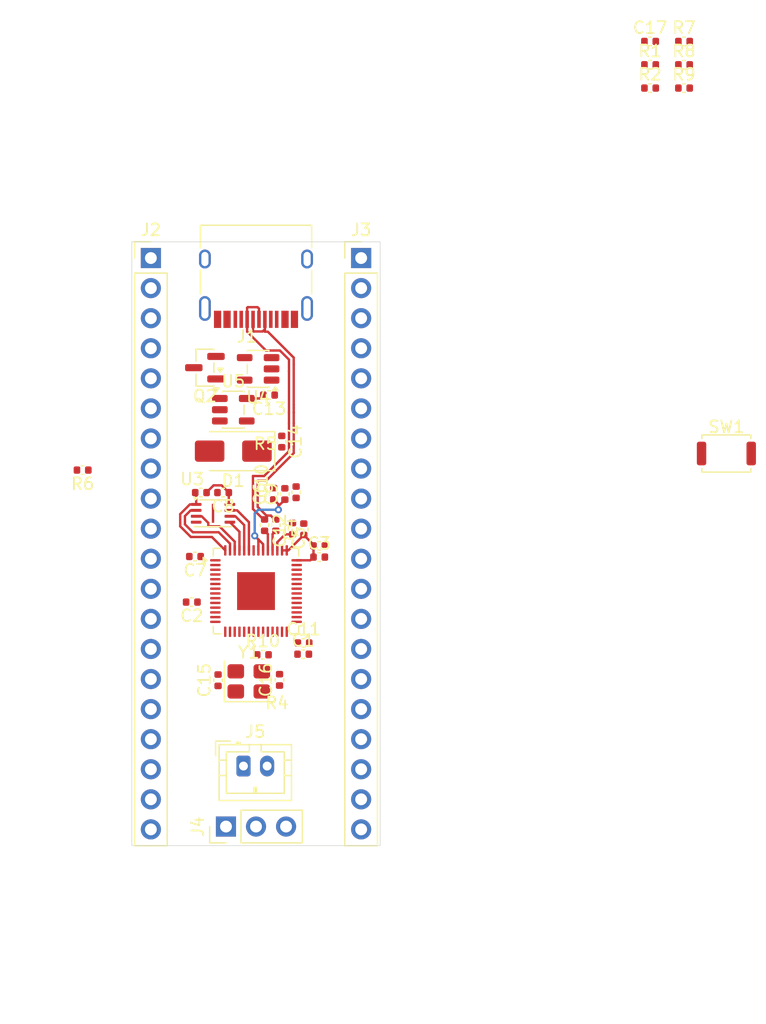
<source format=kicad_pcb>
(kicad_pcb (version 20241229) (generator "pcbnew") (generator_version "9.0")
  (layers (0 "F.Cu" signal) (2 "B.Cu" signal) (13 "F.Paste" user) (15 "B.Paste" user) (5 "F.SilkS" user "F.Silkscreen") (7 "B.SilkS" user "B.Silkscreen") (1 "F.Mask" user) (3 "B.Mask" user) (25 "Edge.Cuts" user))
  (net 0 "")
  (net 1 "+3V3")
  (net 2 "GND")
  (net 3 "+1V1")
  (net 4 "XIN")
  (net 5 "XOUT")
  (net 6 "VBUS")
  (net 7 "VSYS")
  (net 8 "USB_D-")
  (net 9 "USB_D+")
  (net 10 "Net-(J1-CC1)")
  (net 11 "Net-(J1-CC2)")
  (net 12 "GPIO15")
  (net 13 "GPIO3")
  (net 14 "GPIO1")
  (net 15 "GPIO5")
  (net 16 "GPIO10")
  (net 17 "GPIO2")
  (net 18 "GPIO8")
  (net 19 "GPIO0")
  (net 20 "GPIO12")
  (net 21 "GPIO7")
  (net 22 "GPIO9")
  (net 23 "GPIO11")
  (net 24 "GPIO13")
  (net 25 "GPIO6")
  (net 26 "GPIO14")
  (net 27 "GPIO4")
  (net 28 "GPIO18")
  (net 29 "GPIO19")
  (net 30 "GPIO21")
  (net 31 "GPIO28_ADC2")
  (net 32 "RUN")
  (net 33 "GPIO20")
  (net 34 "GPIO17")
  (net 35 "3V3_EN")
  (net 36 "GPIO16")
  (net 37 "GPIO22")
  (net 38 "GPIO27_ADC1")
  (net 39 "GPIO26_ADC0")
  (net 40 "SWCLK")
  (net 41 "SWD")
  (net 42 "Net-(J5-P$1)")
  (net 43 "Net-(U1-USB_DP)")
  (net 44 "Net-(U1-USB_DM)")
  (net 45 "QSPI_SS")
  (net 46 "Net-(R6-Pad1)")
  (net 47 "Net-(U4-PROG)")
  (net 48 "QSPI_SD1")
  (net 50 "QSPI_SD0")
  (net 51 "GPIO29_ADC3")
  (net 52 "QSPI_SDLK")
  (net 54 "QSPI_SD2")
  (net 55 "QSPI_SD3")
  (net 59 "Net-(C16-Pad2)")
  (footprint "Capacitor_SMD:C_0402_1005Metric" (layer "F.Cu") (at 117.035 82.9 90)
    (property "Reference" "R3" (hide yes))
    (property "Value" "27")
    (pad "1" smd roundrect (at -0.48 0 90) (size 0.56 0.62) (layers "F.Cu" "F.Mask" "F.Paste") (net 43 "Net-(U1-USB_DP)"))
    (pad "2" smd roundrect (at 0.48 0 90) (size 0.56 0.62) (layers "F.Cu" "F.Mask" "F.Paste") (net 9 "USB_D+"))
  )
  (footprint "Connector_USB:USB_C_Receptacle_HRO_TYPE-C-31-M-12" (layer "F.Cu") (at 116.31 61.47 180)
    (property "Reference" "J1" (at 0.7625 -5.495 0) (layer "F.SilkS"))
    (property "Value" "USB_C_Receptacle_USB2.0_14P")
    (pad "" np_thru_hole circle (at -2.89 -2.6 180) (size 0.65 0.65) (drill 0.65) (layers "*.Cu" "*.Mask"))
    (pad "" np_thru_hole circle (at 2.89 -2.6 180) (size 0.65 0.65) (drill 0.65) (layers "*.Cu" "*.Mask"))
    (pad "A1" smd rect (at -3.25 -4.045 180) (size 0.6 1.45) (layers "F.Cu" "F.Mask" "F.Paste") (net 2 "GND"))
    (pad "A4" smd rect (at -2.45 -4.045 180) (size 0.6 1.45) (layers "F.Cu" "F.Mask" "F.Paste") (net 6 "VBUS"))
    (pad "A5" smd rect (at -1.25 -4.045 180) (size 0.3 1.45) (layers "F.Cu" "F.Mask" "F.Paste") (net 10 "Net-(J1-CC1)"))
    (pad "A6" smd rect (at -0.25 -4.045 180) (size 0.3 1.45) (layers "F.Cu" "F.Mask" "F.Paste") (net 9 "USB_D+"))
    (pad "A7" smd rect (at 0.25 -4.045 180) (size 0.3 1.45) (layers "F.Cu" "F.Mask" "F.Paste") (net 8 "USB_D-"))
    (pad "A8" smd rect (at 1.25 -4.045 180) (size 0.3 1.45) (layers "F.Cu" "F.Mask" "F.Paste"))
    (pad "A9" smd rect (at 2.45 -4.045 180) (size 0.6 1.45) (layers "F.Cu" "F.Mask" "F.Paste") (net 6 "VBUS"))
    (pad "A12" smd rect (at 3.25 -4.045 180) (size 0.6 1.45) (layers "F.Cu" "F.Mask" "F.Paste") (net 2 "GND"))
    (pad "B1" smd rect (at 3.25 -4.045 180) (size 0.6 1.45) (layers "F.Cu" "F.Mask" "F.Paste") (net 2 "GND"))
    (pad "B4" smd rect (at 2.45 -4.045 180) (size 0.6 1.45) (layers "F.Cu" "F.Mask" "F.Paste") (net 6 "VBUS"))
    (pad "B5" smd rect (at 1.75 -4.045 180) (size 0.3 1.45) (layers "F.Cu" "F.Mask" "F.Paste") (net 11 "Net-(J1-CC2)"))
    (pad "B6" smd rect (at 0.75 -4.045 180) (size 0.3 1.45) (layers "F.Cu" "F.Mask" "F.Paste") (net 9 "USB_D+"))
    (pad "B7" smd rect (at -0.75 -4.045 180) (size 0.3 1.45) (layers "F.Cu" "F.Mask" "F.Paste") (net 8 "USB_D-"))
    (pad "B8" smd rect (at -1.75 -4.045 180) (size 0.3 1.45) (layers "F.Cu" "F.Mask" "F.Paste"))
    (pad "B9" smd rect (at -2.45 -4.045 180) (size 0.6 1.45) (layers "F.Cu" "F.Mask" "F.Paste") (net 6 "VBUS"))
    (pad "B12" smd rect (at -3.25 -4.045 180) (size 0.6 1.45) (layers "F.Cu" "F.Mask" "F.Paste") (net 2 "GND"))
    (pad "S1" thru_hole oval (at -4.32 -3.13 180) (size 1 2.1) (drill oval 0.6 1.7) (property pad_prop_heatsink) (layers "*.Cu" "*.Mask") (net 2 "GND"))
    (pad "S1" thru_hole oval (at -4.32 1.05 180) (size 1 1.6) (drill oval 0.6 1.2) (property pad_prop_heatsink) (layers "*.Cu" "*.Mask") (net 2 "GND"))
    (pad "S1" thru_hole oval (at 4.32 -3.13 180) (size 1 2.1) (drill oval 0.6 1.7) (property pad_prop_heatsink) (layers "*.Cu" "*.Mask") (net 2 "GND"))
    (pad "S1" thru_hole oval (at 4.32 1.05 180) (size 1 1.6) (drill oval 0.6 1.2) (property pad_prop_heatsink) (layers "*.Cu" "*.Mask") (net 2 "GND"))
  )
  (footprint "Capacitor_SMD:C_0402_1005Metric" (layer "F.Cu") (at 113.1 96 90)
    (property "Reference" "C15" (at 0 -1.16 90) (layer "F.SilkS"))
    (property "Value" "33pF")
    (pad "1" smd roundrect (at -0.48 0 90) (size 0.56 0.62) (layers "F.Cu" "F.Mask" "F.Paste") (net 4 "XIN"))
    (pad "2" smd roundrect (at 0.48 0 90) (size 0.56 0.62) (layers "F.Cu" "F.Mask" "F.Paste") (net 2 "GND"))
  )
  (footprint "Package_SON:Winbond_USON-8-1EP_3x2mm_P0.5mm_EP0.2x1.6mm" (layer "F.Cu") (at 112.675 81.9)
    (property "Reference" "U3" (at -1.7625 -2.8875 0) (layer "F.SilkS"))
    (property "Value" "W25Q16JVZPIQ TR" (hide yes))
    (pad "1" smd roundrect (at -1.425 -0.75) (size 0.9 0.25) (layers "F.Cu" "F.Mask" "F.Paste") (net 45 "QSPI_SS"))
    (pad "2" smd roundrect (at -1.425 -0.25) (size 0.9 0.25) (layers "F.Cu" "F.Mask" "F.Paste") (net 48 "QSPI_SD1"))
    (pad "3" smd roundrect (at -1.425 0.25) (size 0.9 0.25) (layers "F.Cu" "F.Mask" "F.Paste") (net 54 "QSPI_SD2"))
    (pad "4" smd roundrect (at -1.425 0.75) (size 0.9 0.25) (layers "F.Cu" "F.Mask" "F.Paste") (net 2 "GND"))
    (pad "5" smd roundrect (at 1.425 0.75) (size 0.9 0.25) (layers "F.Cu" "F.Mask" "F.Paste") (net 50 "QSPI_SD0"))
    (pad "6" smd roundrect (at 1.425 0.25) (size 0.9 0.25) (layers "F.Cu" "F.Mask" "F.Paste") (net 52 "QSPI_SDLK"))
    (pad "7" smd roundrect (at 1.425 -0.25) (size 0.9 0.25) (layers "F.Cu" "F.Mask" "F.Paste") (net 55 "QSPI_SD3"))
    (pad "8" smd roundrect (at 1.425 -0.75) (size 0.9 0.25) (layers "F.Cu" "F.Mask" "F.Paste") (net 1 "+3V3"))
    (pad "9" smd rect (at 0 0) (size 0.2 1.6) (property pad_prop_heatsink) (layers "F.Cu" "F.Mask"))
  )
  (footprint "Package_TO_SOT_SMD:SOT-23-5" (layer "F.Cu") (at 116.4875 69.7 180)
    (property "Reference" "U4" (at 0 -2.4 0) (layer "F.SilkS"))
    (property "Value" "MCP73831-2-OT")
    (pad "1" smd roundrect (at -1.1375 -0.95 180) (size 1.325 0.6) (layers "F.Cu" "F.Mask" "F.Paste"))
    (pad "2" smd roundrect (at -1.1375 0 180) (size 1.325 0.6) (layers "F.Cu" "F.Mask" "F.Paste") (net 2 "GND"))
    (pad "3" smd roundrect (at -1.1375 0.95 180) (size 1.325 0.6) (layers "F.Cu" "F.Mask" "F.Paste") (net 42 "Net-(J5-P$1)"))
    (pad "4" smd roundrect (at 1.1375 0.95 180) (size 1.325 0.6) (layers "F.Cu" "F.Mask" "F.Paste") (net 6 "VBUS"))
    (pad "5" smd roundrect (at 1.1375 -0.95 180) (size 1.325 0.6) (layers "F.Cu" "F.Mask" "F.Paste") (net 47 "Net-(U4-PROG)"))
  )
  (footprint "Capacitor_SMD:C_0402_1005Metric" (layer "F.Cu") (at 121.65 85.6)
    (property "Reference" "C3" (at 0 -1.16 0) (layer "F.SilkS"))
    (property "Value" "0.1uF")
    (pad "1" smd roundrect (at -0.48 0) (size 0.56 0.62) (layers "F.Cu" "F.Mask" "F.Paste") (net 1 "+3V3"))
    (pad "2" smd roundrect (at 0.48 0) (size 0.56 0.62) (layers "F.Cu" "F.Mask" "F.Paste") (net 2 "GND"))
  )
  (footprint "Diode_SMD:D_SMA" (layer "F.Cu") (at 114.3875 76.65 180)
    (property "Reference" "D1" (at 0 -2.5 0) (layer "F.SilkS"))
    (property "Value" "B140-E3")
    (pad "1" smd roundrect (at -2 0 180) (size 2.5 1.8) (layers "F.Cu" "F.Mask" "F.Paste") (roundrect_rratio 0.1388888889) (net 7 "VSYS"))
    (pad "2" smd roundrect (at 2 0 180) (size 2.5 1.8) (layers "F.Cu" "F.Mask" "F.Paste") (roundrect_rratio 0.1388888889) (net 6 "VBUS"))
  )
  (footprint "Button_Switch_SMD:SW_Push_SPST_NO_Alps_SKRK" (layer "F.Cu") (at 156.0825 76.85)
    (property "Reference" "SW1" (at 0 -2.25 0) (layer "F.SilkS"))
    (property "Value" "SW_Push")
    (pad "1" smd roundrect (at -2.1 0) (size 0.8 2) (layers "F.Cu" "F.Mask" "F.Paste") (net 2 "GND"))
    (pad "2" smd roundrect (at 2.1 0) (size 0.8 2) (layers "F.Cu" "F.Mask" "F.Paste") (net 46 "Net-(R6-Pad1)"))
  )
  (footprint "Capacitor_SMD:C_0402_1005Metric" (layer "F.Cu") (at 152.5025 45.98)
    (property "Reference" "R9" (at 0 -1.16 0) (layer "F.SilkS"))
    (property "Value" "1K")
    (pad "1" smd roundrect (at -0.48 0) (size 0.56 0.62) (layers "F.Cu" "F.Mask" "F.Paste") (net 35 "3V3_EN"))
    (pad "2" smd roundrect (at 0.48 0) (size 0.56 0.62) (layers "F.Cu" "F.Mask" "F.Paste") (net 7 "VSYS"))
  )
  (footprint "Capacitor_SMD:C_0402_1005Metric" (layer "F.Cu") (at 117.8 80.25 90)
    (property "Reference" "C6" (at 0 -1.16 90) (layer "F.SilkS"))
    (property "Value" "0.1uF")
    (pad "1" smd roundrect (at -0.48 0 90) (size 0.56 0.62) (layers "F.Cu" "F.Mask" "F.Paste") (net 1 "+3V3"))
    (pad "2" smd roundrect (at 0.48 0 90) (size 0.56 0.62) (layers "F.Cu" "F.Mask" "F.Paste") (net 2 "GND"))
  )
  (footprint "Capacitor_SMD:C_0402_1005Metric" (layer "F.Cu") (at 118.4875 75.8425 -90)
    (property "Reference" "C14" (at 0 -1.16 90) (layer "F.SilkS"))
    (property "Value" "1uF")
    (pad "1" smd roundrect (at -0.48 0 270) (size 0.56 0.62) (layers "F.Cu" "F.Mask" "F.Paste") (net 2 "GND"))
    (pad "2" smd roundrect (at 0.48 0 270) (size 0.56 0.62) (layers "F.Cu" "F.Mask" "F.Paste") (net 7 "VSYS"))
  )
  (footprint "Capacitor_SMD:C_0402_1005Metric" (layer "F.Cu") (at 113.53 80.15 180)
    (property "Reference" "C8" (at 0 -1.16 0) (layer "F.SilkS"))
    (property "Value" "0.1uF")
    (pad "1" smd roundrect (at -0.48 0 180) (size 0.56 0.62) (layers "F.Cu" "F.Mask" "F.Paste") (net 1 "+3V3"))
    (pad "2" smd roundrect (at 0.48 0 180) (size 0.56 0.62) (layers "F.Cu" "F.Mask" "F.Paste") (net 2 "GND"))
  )
  (footprint "Capacitor_SMD:C_0402_1005Metric" (layer "F.Cu") (at 121.65 84.65)
    (property "Reference" "C5" (at -1.74 -0.65 90) (layer "F.SilkS"))
    (property "Value" "0.1uF")
    (pad "1" smd roundrect (at -0.48 0) (size 0.56 0.62) (layers "F.Cu" "F.Mask" "F.Paste") (net 1 "+3V3"))
    (pad "2" smd roundrect (at 0.48 0) (size 0.56 0.62) (layers "F.Cu" "F.Mask" "F.Paste") (net 2 "GND"))
  )
  (footprint "Connector_PinHeader_2.54mm:PinHeader_1x20_P2.54mm_Vertical" (layer "F.Cu") (at 125.2 60.34)
    (property "Reference" "J3" (at 0 -2.38 0) (layer "F.SilkS"))
    (property "Value" "Conn_01x20")
    (pad "1" thru_hole rect (at 0 0) (size 1.7 1.7) (drill 1) (layers "*.Cu" "*.Mask") (net 36 "GPIO16"))
    (pad "2" thru_hole circle (at 0 2.54) (size 1.7 1.7) (drill 1) (layers "*.Cu" "*.Mask") (net 34 "GPIO17"))
    (pad "3" thru_hole circle (at 0 5.08) (size 1.7 1.7) (drill 1) (layers "*.Cu" "*.Mask") (net 2 "GND"))
    (pad "4" thru_hole circle (at 0 7.62) (size 1.7 1.7) (drill 1) (layers "*.Cu" "*.Mask") (net 28 "GPIO18"))
    (pad "5" thru_hole circle (at 0 10.16) (size 1.7 1.7) (drill 1) (layers "*.Cu" "*.Mask") (net 29 "GPIO19"))
    (pad "6" thru_hole circle (at 0 12.7) (size 1.7 1.7) (drill 1) (layers "*.Cu" "*.Mask") (net 33 "GPIO20"))
    (pad "7" thru_hole circle (at 0 15.24) (size 1.7 1.7) (drill 1) (layers "*.Cu" "*.Mask") (net 30 "GPIO21"))
    (pad "8" thru_hole circle (at 0 17.78) (size 1.7 1.7) (drill 1) (layers "*.Cu" "*.Mask") (net 2 "GND"))
    (pad "9" thru_hole circle (at 0 20.32) (size 1.7 1.7) (drill 1) (layers "*.Cu" "*.Mask") (net 37 "GPIO22"))
    (pad "10" thru_hole circle (at 0 22.86) (size 1.7 1.7) (drill 1) (layers "*.Cu" "*.Mask") (net 32 "RUN"))
    (pad "11" thru_hole circle (at 0 25.4) (size 1.7 1.7) (drill 1) (layers "*.Cu" "*.Mask") (net 39 "GPIO26_ADC0"))
    (pad "12" thru_hole circle (at 0 27.94) (size 1.7 1.7) (drill 1) (layers "*.Cu" "*.Mask") (net 31 "GPIO28_ADC2"))
    (pad "13" thru_hole circle (at 0 30.48) (size 1.7 1.7) (drill 1) (layers "*.Cu" "*.Mask") (net 2 "GND"))
    (pad "14" thru_hole circle (at 0 33.02) (size 1.7 1.7) (drill 1) (layers "*.Cu" "*.Mask") (net 38 "GPIO27_ADC1"))
    (pad "15" thru_hole circle (at 0 35.56) (size 1.7 1.7) (drill 1) (layers "*.Cu" "*.Mask") (net 1 "+3V3"))
    (pad "16" thru_hole circle (at 0 38.1) (size 1.7 1.7) (drill 1) (layers "*.Cu" "*.Mask") (net 1 "+3V3"))
    (pad "17" thru_hole circle (at 0 40.64) (size 1.7 1.7) (drill 1) (layers "*.Cu" "*.Mask") (net 35 "3V3_EN"))
    (pad "18" thru_hole circle (at 0 43.18) (size 1.7 1.7) (drill 1) (layers "*.Cu" "*.Mask") (net 2 "GND"))
    (pad "19" thru_hole circle (at 0 45.72) (size 1.7 1.7) (drill 1) (layers "*.Cu" "*.Mask") (net 7 "VSYS"))
    (pad "20" thru_hole circle (at 0 48.26) (size 1.7 1.7) (drill 1) (layers "*.Cu" "*.Mask") (net 6 "VBUS"))
  )
  (footprint "Connector_JST:JST_PH_B2B-PH-K_1x02_P2.00mm_Vertical" (layer "F.Cu") (at 115.25 103.25)
    (property "Reference" "J5" (at 1 -2.9 0) (layer "F.SilkS"))
    (property "Value" "DIP-JST-2P-2.0")
    (pad "1" thru_hole roundrect (at 0 0) (size 1.2 1.75) (drill 0.75) (layers "*.Cu" "*.Mask") (roundrect_rratio 0.208333) (net 42 "Net-(J5-P$1)"))
    (pad "2" thru_hole oval (at 2 0) (size 1.2 1.75) (drill 0.75) (layers "*.Cu" "*.Mask") (net 2 "GND"))
  )
  (footprint "Capacitor_SMD:C_0402_1005Metric" (layer "F.Cu") (at 120.35 83.25 90)
    (property "Reference" "C4" (at 0 -1.16 90) (layer "F.SilkS"))
    (property "Value" "0.1uF")
    (pad "1" smd roundrect (at -0.48 0 90) (size 0.56 0.62) (layers "F.Cu" "F.Mask" "F.Paste") (net 1 "+3V3"))
    (pad "2" smd roundrect (at 0.48 0 90) (size 0.56 0.62) (layers "F.Cu" "F.Mask" "F.Paste") (net 2 "GND"))
  )
  (footprint "Capacitor_SMD:C_0402_1005Metric" (layer "F.Cu") (at 119.4 83.2 90)
    (property "Reference" "C12" (at -0.1581 -1.0819 90) (layer "F.SilkS"))
    (property "Value" "0.1uF")
    (pad "1" smd roundrect (at -0.48 0 90) (size 0.56 0.62) (layers "F.Cu" "F.Mask" "F.Paste") (net 3 "+1V1"))
    (pad "2" smd roundrect (at 0.48 0 90) (size 0.56 0.62) (layers "F.Cu" "F.Mask" "F.Paste") (net 2 "GND"))
  )
  (footprint "Capacitor_SMD:C_0402_1005Metric" (layer "F.Cu") (at 119.7 80.12 90)
    (property "Reference" "C10" (at 0.9375 -2.9225 90) (layer "F.SilkS"))
    (property "Value" "0.1uF")
    (pad "1" smd roundrect (at -0.48 0 90) (size 0.56 0.62) (layers "F.Cu" "F.Mask" "F.Paste") (net 3 "+1V1"))
    (pad "2" smd roundrect (at 0.48 0 90) (size 0.56 0.62) (layers "F.Cu" "F.Mask" "F.Paste") (net 2 "GND"))
  )
  (footprint "Capacitor_SMD:C_0402_1005Metric" (layer "F.Cu") (at 149.6325 42.04)
    (property "Reference" "C17" (at 0 -1.16 0) (layer "F.SilkS"))
    (property "Value" "0.1uF")
    (pad "1" smd roundrect (at -0.48 0) (size 0.56 0.62) (layers "F.Cu" "F.Mask" "F.Paste") (net 1 "+3V3"))
    (pad "2" smd roundrect (at 0.48 0) (size 0.56 0.62) (layers "F.Cu" "F.Mask" "F.Paste") (net 2 "GND"))
  )
  (footprint "Capacitor_SMD:C_0402_1005Metric" (layer "F.Cu") (at 149.6325 44.01)
    (property "Reference" "R1" (at 0 -1.16 0) (layer "F.SilkS"))
    (property "Value" "5.1K")
    (pad "1" smd roundrect (at -0.48 0) (size 0.56 0.62) (layers "F.Cu" "F.Mask" "F.Paste") (net 2 "GND"))
    (pad "2" smd roundrect (at 0.48 0) (size 0.56 0.62) (layers "F.Cu" "F.Mask" "F.Paste") (net 10 "Net-(J1-CC1)"))
  )
  (footprint "Package_TO_SOT_SMD:SOT-23" (layer "F.Cu") (at 111.9875 69.6 180)
    (property "Reference" "Q2" (at 0 -2.4 0) (layer "F.SilkS"))
    (property "Value" "BSS84" (hide yes))
    (pad "1" smd roundrect (at -0.9375 -0.95 180) (size 1.475 0.6) (layers "F.Cu" "F.Mask" "F.Paste") (net 6 "VBUS"))
    (pad "2" smd roundrect (at -0.9375 0.95 180) (size 1.475 0.6) (layers "F.Cu" "F.Mask" "F.Paste") (net 42 "Net-(J5-P$1)"))
    (pad "3" smd roundrect (at 0.9375 0 180) (size 1.475 0.6) (layers "F.Cu" "F.Mask" "F.Paste") (net 7 "VSYS"))
  )
  (footprint "Capacitor_SMD:C_0402_1005Metric" (layer "F.Cu") (at 111.65 80.15 180)
    (property "Reference" "R5" (at -5.4525 4.12 0) (layer "F.SilkS"))
    (property "Value" "10K")
    (pad "1" smd roundrect (at -0.48 0 180) (size 0.56 0.62) (layers "F.Cu" "F.Mask" "F.Paste") (net 1 "+3V3"))
    (pad "2" smd roundrect (at 0.48 0 180) (size 0.56 0.62) (layers "F.Cu" "F.Mask" "F.Paste") (net 45 "QSPI_SS"))
  )
  (footprint "Capacitor_SMD:C_0402_1005Metric" (layer "F.Cu") (at 118.3 95.97 90)
    (property "Reference" "C16" (at 0 -1.16 90) (layer "F.SilkS"))
    (property "Value" "33pF")
    (pad "1" smd roundrect (at -0.48 0 90) (size 0.56 0.62) (layers "F.Cu" "F.Mask" "F.Paste") (net 2 "GND"))
    (pad "2" smd roundrect (at 0.48 0 90) (size 0.56 0.62) (layers "F.Cu" "F.Mask" "F.Paste") (net 59 "Net-(C16-Pad2)"))
  )
  (footprint "Capacitor_SMD:C_0402_1005Metric" (layer "F.Cu") (at 149.6325 45.98)
    (property "Reference" "R2" (at 0 -1.16 0) (layer "F.SilkS"))
    (property "Value" "5.1K")
    (pad "1" smd roundrect (at -0.48 0) (size 0.56 0.62) (layers "F.Cu" "F.Mask" "F.Paste") (net 2 "GND"))
    (pad "2" smd roundrect (at 0.48 0) (size 0.56 0.62) (layers "F.Cu" "F.Mask" "F.Paste") (net 11 "Net-(J1-CC2)"))
  )
  (footprint "Capacitor_SMD:C_0402_1005Metric" (layer "F.Cu") (at 120.33 92.85)
    (property "Reference" "C11" (at 0 -1.16 0) (layer "F.SilkS"))
    (property "Value" "0.1uF")
    (pad "1" smd roundrect (at -0.48 0) (size 0.56 0.62) (layers "F.Cu" "F.Mask" "F.Paste") (net 3 "+1V1"))
    (pad "2" smd roundrect (at 0.48 0) (size 0.56 0.62) (layers "F.Cu" "F.Mask" "F.Paste") (net 2 "GND"))
  )
  (footprint "Package_TO_SOT_SMD:SOT-23-5" (layer "F.Cu") (at 114.3875 73.15)
    (property "Reference" "U5" (at 0 -2.4 0) (layer "F.SilkS"))
    (property "Value" "AP2112K-3.3")
    (pad "1" smd roundrect (at -1.1375 -0.95) (size 1.325 0.6) (layers "F.Cu" "F.Mask" "F.Paste") (net 7 "VSYS"))
    (pad "2" smd roundrect (at -1.1375 0) (size 1.325 0.6) (layers "F.Cu" "F.Mask" "F.Paste") (net 2 "GND"))
    (pad "3" smd roundrect (at -1.1375 0.95) (size 1.325 0.6) (layers "F.Cu" "F.Mask" "F.Paste") (net 35 "3V3_EN"))
    (pad "4" smd roundrect (at 1.1375 0.95) (size 1.325 0.6) (layers "F.Cu" "F.Mask" "F.Paste"))
    (pad "5" smd roundrect (at 1.1375 -0.95) (size 1.325 0.6) (layers "F.Cu" "F.Mask" "F.Paste") (net 1 "+3V3"))
  )
  (footprint "Connector_PinHeader_2.54mm:PinHeader_1x20_P2.54mm_Vertical" (layer "F.Cu") (at 107.42 60.34)
    (property "Reference" "J2" (at 0 -2.38 0) (layer "F.SilkS"))
    (property "Value" "Conn_01x20")
    (pad "1" thru_hole rect (at 0 0) (size 1.7 1.7) (drill 1) (layers "*.Cu" "*.Mask") (net 19 "GPIO0"))
    (pad "2" thru_hole circle (at 0 2.54) (size 1.7 1.7) (drill 1) (layers "*.Cu" "*.Mask") (net 14 "GPIO1"))
    (pad "3" thru_hole circle (at 0 5.08) (size 1.7 1.7) (drill 1) (layers "*.Cu" "*.Mask") (net 2 "GND"))
    (pad "4" thru_hole circle (at 0 7.62) (size 1.7 1.7) (drill 1) (layers "*.Cu" "*.Mask") (net 17 "GPIO2"))
    (pad "5" thru_hole circle (at 0 10.16) (size 1.7 1.7) (drill 1) (layers "*.Cu" "*.Mask") (net 13 "GPIO3"))
    (pad "6" thru_hole circle (at 0 12.7) (size 1.7 1.7) (drill 1) (layers "*.Cu" "*.Mask") (net 27 "GPIO4"))
    (pad "7" thru_hole circle (at 0 15.24) (size 1.7 1.7) (drill 1) (layers "*.Cu" "*.Mask") (net 15 "GPIO5"))
    (pad "8" thru_hole circle (at 0 17.78) (size 1.7 1.7) (drill 1) (layers "*.Cu" "*.Mask") (net 2 "GND"))
    (pad "9" thru_hole circle (at 0 20.32) (size 1.7 1.7) (drill 1) (layers "*.Cu" "*.Mask") (net 25 "GPIO6"))
    (pad "10" thru_hole circle (at 0 22.86) (size 1.7 1.7) (drill 1) (layers "*.Cu" "*.Mask") (net 21 "GPIO7"))
    (pad "11" thru_hole circle (at 0 25.4) (size 1.7 1.7) (drill 1) (layers "*.Cu" "*.Mask") (net 18 "GPIO8"))
    (pad "12" thru_hole circle (at 0 27.94) (size 1.7 1.7) (drill 1) (layers "*.Cu" "*.Mask") (net 22 "GPIO9"))
    (pad "13" thru_hole circle (at 0 30.48) (size 1.7 1.7) (drill 1) (layers "*.Cu" "*.Mask") (net 2 "GND"))
    (pad "14" thru_hole circle (at 0 33.02) (size 1.7 1.7) (drill 1) (layers "*.Cu" "*.Mask") (net 16 "GPIO10"))
    (pad "15" thru_hole circle (at 0 35.56) (size 1.7 1.7) (drill 1) (layers "*.Cu" "*.Mask") (net 23 "GPIO11"))
    (pad "16" thru_hole circle (at 0 38.1) (size 1.7 1.7) (drill 1) (layers "*.Cu" "*.Mask") (net 20 "GPIO12"))
    (pad "17" thru_hole circle (at 0 40.64) (size 1.7 1.7) (drill 1) (layers "*.Cu" "*.Mask") (net 24 "GPIO13"))
    (pad "18" thru_hole circle (at 0 43.18) (size 1.7 1.7) (drill 1) (layers "*.Cu" "*.Mask") (net 2 "GND"))
    (pad "19" thru_hole circle (at 0 45.72) (size 1.7 1.7) (drill 1) (layers "*.Cu" "*.Mask") (net 26 "GPIO14"))
    (pad "20" thru_hole circle (at 0 48.26) (size 1.7 1.7) (drill 1) (layers "*.Cu" "*.Mask") (net 12 "GPIO15"))
  )
  (footprint "Crystal:Crystal_SMD_3225-4Pin_3.2x2.5mm" (layer "F.Cu") (at 115.7 96.1)
    (property "Reference" "Y1" (at 0 -2.45 0) (layer "F.SilkS"))
    (property "Value" "12MHz")
    (pad "1" smd roundrect (at -1.1 0.85) (size 1.4 1.2) (layers "F.Cu" "F.Mask" "F.Paste") (roundrect_rratio 0.208333) (net 4 "XIN"))
    (pad "2" smd roundrect (at 1.1 0.85) (size 1.4 1.2) (layers "F.Cu" "F.Mask" "F.Paste") (roundrect_rratio 0.208333) (net 2 "GND"))
    (pad "3" smd roundrect (at 1.1 -0.85) (size 1.4 1.2) (layers "F.Cu" "F.Mask" "F.Paste") (roundrect_rratio 0.208333) (net 59 "Net-(C16-Pad2)"))
    (pad "4" smd roundrect (at -1.1 -0.85) (size 1.4 1.2) (layers "F.Cu" "F.Mask" "F.Paste") (roundrect_rratio 0.208333) (net 2 "GND"))
  )
  (footprint "Capacitor_SMD:C_0402_1005Metric" (layer "F.Cu") (at 117.4075 71.9125 180)
    (property "Reference" "C13" (at 0 -1.16 0) (layer "F.SilkS"))
    (property "Value" "10uF")
    (pad "1" smd roundrect (at -0.48 0 180) (size 0.56 0.62) (layers "F.Cu" "F.Mask" "F.Paste") (net 2 "GND"))
    (pad "2" smd roundrect (at 0.48 0 180) (size 0.56 0.62) (layers "F.Cu" "F.Mask" "F.Paste") (net 1 "+3V3"))
  )
  (footprint "Capacitor_SMD:C_0402_1005Metric" (layer "F.Cu") (at 117.985 82.9 90)
    (property "Reference" "R4" (at -15.02 0.1 0) (layer "F.SilkS"))
    (property "Value" "27")
    (pad "1" smd roundrect (at -0.48 0 90) (size 0.56 0.62) (layers "F.Cu" "F.Mask" "F.Paste") (net 44 "Net-(U1-USB_DM)"))
    (pad "2" smd roundrect (at 0.48 0 90) (size 0.56 0.62) (layers "F.Cu" "F.Mask" "F.Paste") (net 8 "USB_D-"))
  )
  (footprint "Capacitor_SMD:C_0402_1005Metric" (layer "F.Cu") (at 118.75 80.27 90)
    (property "Reference" "C9" (at 0 -1.16 90) (layer "F.SilkS"))
    (property "Value" "0.1uF")
    (pad "1" smd roundrect (at -0.48 0 90) (size 0.56 0.62) (layers "F.Cu" "F.Mask" "F.Paste") (net 1 "+3V3"))
    (pad "2" smd roundrect (at 0.48 0 90) (size 0.56 0.62) (layers "F.Cu" "F.Mask" "F.Paste") (net 2 "GND"))
  )
  (footprint "Capacitor_SMD:C_0402_1005Metric" (layer "F.Cu") (at 152.5025 42.04)
    (property "Reference" "R7" (at 0 -1.16 0) (layer "F.SilkS"))
    (property "Value" "2K")
    (pad "1" smd roundrect (at -0.48 0) (size 0.56 0.62) (layers "F.Cu" "F.Mask" "F.Paste") (net 47 "Net-(U4-PROG)"))
    (pad "2" smd roundrect (at 0.48 0) (size 0.56 0.62) (layers "F.Cu" "F.Mask" "F.Paste") (net 2 "GND"))
  )
  (footprint "Package_DFN_QFN:QFN-56-1EP_7x7mm_P0.4mm_EP3.2x3.2mm" (layer "F.Cu") (at 116.31 88.47)
    (property "Reference" "U1" (hide yes))
    (property "Value" "RP2040")
    (pad "1" smd roundrect (at -3.4375 -2.6) (size 0.875 0.2) (layers "F.Cu" "F.Mask" "F.Paste") (net 1 "+3V3"))
    (pad "2" smd roundrect (at -3.4375 -2.2) (size 0.875 0.2) (layers "F.Cu" "F.Mask" "F.Paste") (net 19 "GPIO0"))
    (pad "3" smd roundrect (at -3.4375 -1.8) (size 0.875 0.2) (layers "F.Cu" "F.Mask" "F.Paste") (net 14 "GPIO1"))
    (pad "4" smd roundrect (at -3.4375 -1.4) (size 0.875 0.2) (layers "F.Cu" "F.Mask" "F.Paste") (net 17 "GPIO2"))
    (pad "5" smd roundrect (at -3.4375 -1) (size 0.875 0.2) (layers "F.Cu" "F.Mask" "F.Paste") (net 13 "GPIO3"))
    (pad "6" smd roundrect (at -3.4375 -0.6) (size 0.875 0.2) (layers "F.Cu" "F.Mask" "F.Paste") (net 27 "GPIO4"))
    (pad "7" smd roundrect (at -3.4375 -0.2) (size 0.875 0.2) (layers "F.Cu" "F.Mask" "F.Paste") (net 15 "GPIO5"))
    (pad "8" smd roundrect (at -3.4375 0.2) (size 0.875 0.2) (layers "F.Cu" "F.Mask" "F.Paste") (net 25 "GPIO6"))
    (pad "9" smd roundrect (at -3.4375 0.6) (size 0.875 0.2) (layers "F.Cu" "F.Mask" "F.Paste") (net 21 "GPIO7"))
    (pad "10" smd roundrect (at -3.4375 1) (size 0.875 0.2) (layers "F.Cu" "F.Mask" "F.Paste") (net 1 "+3V3"))
    (pad "11" smd roundrect (at -3.4375 1.4) (size 0.875 0.2) (layers "F.Cu" "F.Mask" "F.Paste") (net 18 "GPIO8"))
    (pad "12" smd roundrect (at -3.4375 1.8) (size 0.875 0.2) (layers "F.Cu" "F.Mask" "F.Paste") (net 22 "GPIO9"))
    (pad "13" smd roundrect (at -3.4375 2.2) (size 0.875 0.2) (layers "F.Cu" "F.Mask" "F.Paste") (net 16 "GPIO10"))
    (pad "14" smd roundrect (at -3.4375 2.6) (size 0.875 0.2) (layers "F.Cu" "F.Mask" "F.Paste") (net 23 "GPIO11"))
    (pad "15" smd roundrect (at -2.6 3.4375) (size 0.2 0.875) (layers "F.Cu" "F.Mask" "F.Paste") (net 20 "GPIO12"))
    (pad "16" smd roundrect (at -2.2 3.4375) (size 0.2 0.875) (layers "F.Cu" "F.Mask" "F.Paste") (net 24 "GPIO13"))
    (pad "17" smd roundrect (at -1.8 3.4375) (size 0.2 0.875) (layers "F.Cu" "F.Mask" "F.Paste") (net 26 "GPIO14"))
    (pad "18" smd roundrect (at -1.4 3.4375) (size 0.2 0.875) (layers "F.Cu" "F.Mask" "F.Paste") (net 12 "GPIO15"))
    (pad "19" smd roundrect (at -1 3.4375) (size 0.2 0.875) (layers "F.Cu" "F.Mask" "F.Paste") (net 2 "GND"))
    (pad "20" smd roundrect (at -0.6 3.4375) (size 0.2 0.875) (layers "F.Cu" "F.Mask" "F.Paste") (net 4 "XIN"))
    (pad "21" smd roundrect (at -0.2 3.4375) (size 0.2 0.875) (layers "F.Cu" "F.Mask" "F.Paste") (net 5 "XOUT"))
    (pad "22" smd roundrect (at 0.2 3.4375) (size 0.2 0.875) (layers "F.Cu" "F.Mask" "F.Paste") (net 1 "+3V3"))
    (pad "23" smd roundrect (at 0.6 3.4375) (size 0.2 0.875) (layers "F.Cu" "F.Mask" "F.Paste") (net 3 "+1V1"))
    (pad "24" smd roundrect (at 1 3.4375) (size 0.2 0.875) (layers "F.Cu" "F.Mask" "F.Paste") (net 40 "SWCLK"))
    (pad "25" smd roundrect (at 1.4 3.4375) (size 0.2 0.875) (layers "F.Cu" "F.Mask" "F.Paste") (net 41 "SWD"))
    (pad "26" smd roundrect (at 1.8 3.4375) (size 0.2 0.875) (layers "F.Cu" "F.Mask" "F.Paste") (net 32 "RUN"))
    (pad "27" smd roundrect (at 2.2 3.4375) (size 0.2 0.875) (layers "F.Cu" "F.Mask" "F.Paste") (net 36 "GPIO16"))
    (pad "28" smd roundrect (at 2.6 3.4375) (size 0.2 0.875) (layers "F.Cu" "F.Mask" "F.Paste") (net 34 "GPIO17"))
    (pad "29" smd roundrect (at 3.4375 2.6) (size 0.875 0.2) (layers "F.Cu" "F.Mask" "F.Paste") (net 28 "GPIO18"))
    (pad "30" smd roundrect (at 3.4375 2.2) (size 0.875 0.2) (layers "F.Cu" "F.Mask" "F.Paste") (net 29 "GPIO19"))
    (pad "31" smd roundrect (at 3.4375 1.8) (size 0.875 0.2) (layers "F.Cu" "F.Mask" "F.Paste") (net 33 "GPIO20"))
    (pad "32" smd roundrect (at 3.4375 1.4) (size 0.875 0.2) (layers "F.Cu" "F.Mask" "F.Paste") (net 30 "GPIO21"))
    (pad "33" smd roundrect (at 3.4375 1) (size 0.875 0.2) (layers "F.Cu" "F.Mask" "F.Paste") (net 1 "+3V3"))
    (pad "34" smd roundrect (at 3.4375 0.6) (size 0.875 0.2) (layers "F.Cu" "F.Mask" "F.Paste") (net 37 "GPIO22"))
    (pad "35" smd roundrect (at 3.4375 0.2) (size 0.875 0.2) (layers "F.Cu" "F.Mask" "F.Paste"))
    (pad "36" smd roundrect (at 3.4375 -0.2) (size 0.875 0.2) (layers "F.Cu" "F.Mask" "F.Paste"))
    (pad "37" smd roundrect (at 3.4375 -0.6) (size 0.875 0.2) (layers "F.Cu" "F.Mask" "F.Paste"))
    (pad "38" smd roundrect (at 3.4375 -1) (size 0.875 0.2) (layers "F.Cu" "F.Mask" "F.Paste") (net 39 "GPIO26_ADC0"))
    (pad "39" smd roundrect (at 3.4375 -1.4) (size 0.875 0.2) (layers "F.Cu" "F.Mask" "F.Paste") (net 38 "GPIO27_ADC1"))
    (pad "40" smd roundrect (at 3.4375 -1.8) (size 0.875 0.2) (layers "F.Cu" "F.Mask" "F.Paste") (net 31 "GPIO28_ADC2"))
    (pad "41" smd roundrect (at 3.4375 -2.2) (size 0.875 0.2) (layers "F.Cu" "F.Mask" "F.Paste") (net 51 "GPIO29_ADC3"))
    (pad "42" smd roundrect (at 3.4375 -2.6) (size 0.875 0.2) (layers "F.Cu" "F.Mask" "F.Paste") (net 1 "+3V3"))
    (pad "43" smd roundrect (at 2.6 -3.4375) (size 0.2 0.875) (layers "F.Cu" "F.Mask" "F.Paste") (net 1 "+3V3"))
    (pad "44" smd roundrect (at 2.2 -3.4375) (size 0.2 0.875) (layers "F.Cu" "F.Mask" "F.Paste") (net 1 "+3V3"))
    (pad "45" smd roundrect (at 1.8 -3.4375) (size 0.2 0.875) (layers "F.Cu" "F.Mask" "F.Paste") (net 3 "+1V1"))
    (pad "46" smd roundrect (at 1.4 -3.4375) (size 0.2 0.875) (layers "F.Cu" "F.Mask" "F.Paste") (net 44 "Net-(U1-USB_DM)"))
    (pad "47" smd roundrect (at 1 -3.4375) (size 0.2 0.875) (layers "F.Cu" "F.Mask" "F.Paste") (net 43 "Net-(U1-USB_DP)"))
    (pad "48" smd roundrect (at 0.6 -3.4375) (size 0.2 0.875) (layers "F.Cu" "F.Mask" "F.Paste") (net 1 "+3V3"))
    (pad "49" smd roundrect (at 0.2 -3.4375) (size 0.2 0.875) (layers "F.Cu" "F.Mask" "F.Paste") (net 1 "+3V3"))
    (pad "50" smd roundrect (at -0.2 -3.4375) (size 0.2 0.875) (layers "F.Cu" "F.Mask" "F.Paste") (net 3 "+1V1"))
    (pad "51" smd roundrect (at -0.6 -3.4375) (size 0.2 0.875) (layers "F.Cu" "F.Mask" "F.Paste") (net 55 "QSPI_SD3"))
    (pad "52" smd roundrect (at -1 -3.4375) (size 0.2 0.875) (layers "F.Cu" "F.Mask" "F.Paste") (net 52 "QSPI_SDLK"))
    (pad "53" smd roundrect (at -1.4 -3.4375) (size 0.2 0.875) (layers "F.Cu" "F.Mask" "F.Paste") (net 50 "QSPI_SD0"))
    (pad "54" smd roundrect (at -1.8 -3.4375) (size 0.2 0.875) (layers "F.Cu" "F.Mask" "F.Paste") (net 54 "QSPI_SD2"))
    (pad "55" smd roundrect (at -2.2 -3.4375) (size 0.2 0.875) (layers "F.Cu" "F.Mask" "F.Paste") (net 48 "QSPI_SD1"))
    (pad "56" smd roundrect (at -2.6 -3.4375) (size 0.2 0.875) (layers "F.Cu" "F.Mask" "F.Paste") (net 45 "QSPI_SS"))
    (pad "57" smd rect (at 0 0) (size 3.2 3.2) (property pad_prop_heatsink) (layers "F.Cu" "F.Mask") (net 2 "GND"))
  )
  (footprint "Capacitor_SMD:C_0402_1005Metric" (layer "F.Cu") (at 152.5025 44.01)
    (property "Reference" "R8" (at 0 -1.16 0) (layer "F.SilkS"))
    (property "Value" "100K")
    (pad "1" smd roundrect (at -0.48 0) (size 0.56 0.62) (layers "F.Cu" "F.Mask" "F.Paste") (net 6 "VBUS"))
    (pad "2" smd roundrect (at 0.48 0) (size 0.56 0.62) (layers "F.Cu" "F.Mask" "F.Paste") (net 2 "GND"))
  )
  (footprint "Capacitor_SMD:C_0402_1005Metric" (layer "F.Cu") (at 111.15 85.55 180)
    (property "Reference" "C7" (at 0 -1.16 0) (layer "F.SilkS"))
    (property "Value" "0.1uF")
    (pad "1" smd roundrect (at -0.48 0 180) (size 0.56 0.62) (layers "F.Cu" "F.Mask" "F.Paste") (net 1 "+3V3"))
    (pad "2" smd roundrect (at 0.48 0 180) (size 0.56 0.62) (layers "F.Cu" "F.Mask" "F.Paste") (net 2 "GND"))
  )
  (footprint "Capacitor_SMD:C_0402_1005Metric" (layer "F.Cu") (at 110.88 89.4 180)
    (property "Reference" "C2" (at 0 -1.16 0) (layer "F.SilkS"))
    (property "Value" "0.1uF")
    (pad "1" smd roundrect (at -0.48 0 180) (size 0.56 0.62) (layers "F.Cu" "F.Mask" "F.Paste") (net 1 "+3V3"))
    (pad "2" smd roundrect (at 0.48 0 180) (size 0.56 0.62) (layers "F.Cu" "F.Mask" "F.Paste") (net 2 "GND"))
  )
  (footprint "Capacitor_SMD:C_0402_1005Metric" (layer "F.Cu") (at 116.89 93.85)
    (property "Reference" "R10" (at 0 -1.16 0) (layer "F.SilkS"))
    (property "Value" "1K")
    (pad "1" smd roundrect (at -0.48 0) (size 0.56 0.62) (layers "F.Cu" "F.Mask" "F.Paste") (net 59 "Net-(C16-Pad2)"))
    (pad "2" smd roundrect (at 0.48 0) (size 0.56 0.62) (layers "F.Cu" "F.Mask" "F.Paste") (net 5 "XOUT"))
  )
  (footprint "Capacitor_SMD:C_0402_1005Metric" (layer "F.Cu") (at 120.3 93.8)
    (property "Reference" "C1" (at 0 -1.16 0) (layer "F.SilkS"))
    (property "Value" "1uF")
    (pad "1" smd roundrect (at -0.48 0) (size 0.56 0.62) (layers "F.Cu" "F.Mask" "F.Paste") (net 1 "+3V3"))
    (pad "2" smd roundrect (at 0.48 0) (size 0.56 0.62) (layers "F.Cu" "F.Mask" "F.Paste") (net 2 "GND"))
  )
  (footprint "Connector_PinHeader_2.54mm:PinHeader_1x03_P2.54mm_Vertical" (layer "F.Cu") (at 113.77 108.36 90)
    (property "Reference" "J4" (at 0 -2.38 90) (layer "F.SilkS"))
    (property "Value" "Conn_01x03")
    (pad "1" thru_hole rect (at 0 0 90) (size 1.7 1.7) (drill 1) (layers "*.Cu" "*.Mask") (net 40 "SWCLK"))
    (pad "2" thru_hole circle (at 0 2.54 90) (size 1.7 1.7) (drill 1) (layers "*.Cu" "*.Mask") (net 2 "GND"))
    (pad "3" thru_hole circle (at 0 5.08 90) (size 1.7 1.7) (drill 1) (layers "*.Cu" "*.Mask") (net 41 "SWD"))
  )
  (footprint "Capacitor_SMD:C_0402_1005Metric" (layer "F.Cu") (at 101.65 78.25 180)
    (property "Reference" "R6" (at 0 -1.16 0) (layer "F.SilkS"))
    (property "Value" "1K")
    (pad "1" smd roundrect (at -0.48 0 180) (size 0.56 0.62) (layers "F.Cu" "F.Mask" "F.Paste") (net 46 "Net-(R6-Pad1)"))
    (pad "2" smd roundrect (at 0.48 0 180) (size 0.56 0.62) (layers "F.Cu" "F.Mask" "F.Paste") (net 45 "QSPI_SS"))
  )
  (gr_rect (start 105.81 58.97) (end 126.81 109.97) (stroke (width 0.05)) (fill no) (layer "Edge.Cuts"))
  (segment (start 120.9 85.87) (end 121.17 85.6) (width 0.2) (layer "F.Cu") (net 1))
  (segment (start 121.17 85.6) (end 121.17 84.65) (width 0.2) (layer "F.Cu") (net 1))
  (segment (start 113.399 79.539) (end 114.01 80.15) (width 0.2) (layer "F.Cu") (net 1))
  (segment (start 116.64 72.2) (end 116.9275 71.9125) (width 0.2) (layer "F.Cu") (net 1))
  (segment (start 118.2 81.6) (end 118.2 81.3) (width 0.2) (layer "F.Cu") (net 1))
  (segment (start 114.01 80.15) (end 114.01 81.06) (width 0.2) (layer "F.Cu") (net 1))
  (segment (start 118.2 81.13) (end 117.8 80.73) (width 0.2) (layer "F.Cu") (net 1))
  (segment (start 116.91 85.0325) (end 116.91 84.51) (width 0.2) (layer "F.Cu") (net 1))
  (segment (start 114.01 81.06) (end 114.1 81.15) (width 0.2) (layer "F.Cu") (net 1))
  (segment (start 112.72345 79.539) (end 113.399 79.539) (width 0.2) (layer "F.Cu") (net 1))
  (segment (start 112.13 80.13245) (end 112.72345 79.539) (width 0.2) (layer "F.Cu") (net 1))
  (segment (start 121.17 84.55) (end 120.35 83.73) (width 0.2) (layer "F.Cu") (net 1))
  (segment (start 116.51 84.11) (end 116.2 83.8) (width 0.2) (layer "F.Cu") (net 1))
  (segment (start 121.17 84.65) (end 121.17 84.55) (width 0.2) (layer "F.Cu") (net 1))
  (segment (start 116.91 84.51) (end 116.2 83.8) (width 0.2) (layer "F.Cu") (net 1))
  (segment (start 116.51 85.0325) (end 116.51 84.11) (width 0.2) (layer "F.Cu") (net 1))
  (segment (start 115.525 72.2) (end 116.64 72.2) (width 0.2) (layer "F.Cu") (net 1))
  (segment (start 119.0475 85.0325) (end 120.35 83.73) (width 0.2) (layer "F.Cu") (net 1))
  (segment (start 118.2 81.6) (end 118.2 81.13) (width 0.2) (layer "F.Cu") (net 1))
  (segment (start 118.51 85.0325) (end 119.0475 85.0325) (width 0.2) (layer "F.Cu") (net 1))
  (segment (start 119.7475 85.87) (end 120.9 85.87) (width 0.2) (layer "F.Cu") (net 1))
  (segment (start 118.2 81.3) (end 118.75 80.75) (width 0.2) (layer "F.Cu") (net 1))
  (segment (start 112.13 80.15) (end 112.13 80.13245) (width 0.2) (layer "F.Cu") (net 1))
  (via (at 118.2 81.6) (size 0.6) (drill 0.3) (layers "F.Cu" "B.Cu") (net 1))
  (via (at 116.2 83.8) (size 0.6) (drill 0.3) (layers "F.Cu" "B.Cu") (net 1))
  (segment (start 116.2 81.9) (end 116.5 81.6) (width 0.2) (layer "B.Cu") (net 1))
  (segment (start 116.5 81.6) (end 118.2 81.6) (width 0.2) (layer "B.Cu") (net 1))
  (segment (start 116.2 83.8) (end 116.2 81.9) (width 0.2) (layer "B.Cu") (net 1))
  (segment (start 118.11 84.340001) (end 118.770001 83.68) (width 0.2) (layer "F.Cu") (net 3))
  (segment (start 118.11 84.340001) (end 118.11 85.0325) (width 0.2) (layer "F.Cu") (net 3))
  (segment (start 118.770001 83.68) (end 119.4 83.68) (width 0.2) (layer "F.Cu") (net 3))
  (segment (start 116.109 66.541) (end 116.868 66.541) (width 0.2) (layer "F.Cu") (net 8))
  (segment (start 117.569 82.089) (end 117.1861 82.089) (width 0.2) (layer "F.Cu") (net 8))
  (segment (start 117.569 82.104) (end 117.569 82.089) (width 0.2) (layer "F.Cu") (net 8))
  (segment (start 119.4995 76.81515) (end 118.606732 77.707918) (width 0.2) (layer "F.Cu") (net 8))
  (segment (start 117.06 66.349) (end 117.06 65.515) (width 0.2) (layer "F.Cu") (net 8))
  (segment (start 119.4995 73.362166) (end 119.4995 73.397837) (width 0.2) (layer "F.Cu") (net 8))
  (segment (start 119.121659 68.375091) (end 119.327759 68.581191) (width 0.2) (layer "F.Cu") (net 8))
  (segment (start 118.606732 77.707918) (end 118.297584 78.017066) (width 0.2) (layer "F.Cu") (net 8))
  (segment (start 119.475727 68.729159) (end 119.4995 68.752932) (width 0.2) (layer "F.Cu") (net 8))
  (segment (start 119.327759 68.581191) (end 119.475727 68.729159) (width 0.2) (layer "F.Cu") (net 8))
  (segment (start 119.4995 73) (end 119.4995 73.362166) (width 0.2) (layer "F.Cu") (net 8))
  (segment (start 119.4995 72.739625) (end 119.4995 73) (width 0.2) (layer "F.Cu") (net 8))
  (segment (start 116.868 66.541) (end 117.06 66.349) (width 0.2) (layer "F.Cu") (net 8))
  (segment (start 119.4995 69.321147) (end 119.4995 72.739625) (width 0.2) (layer "F.Cu") (net 8))
  (segment (start 116.06 65.515) (end 116.06 66.492) (width 0.2) (layer "F.Cu") (net 8))
  (segment (start 119.4995 68.752932) (end 119.4995 69.321147) (width 0.2) (layer "F.Cu") (net 8))
  (segment (start 116.06 66.492) (end 116.109 66.541) (width 0.2) (layer "F.Cu") (net 8))
  (segment (start 116.451 81.3539) (end 116.451 80.809205) (width 0.2) (layer "F.Cu") (net 8))
  (segment (start 117.06 66.56) (end 117.306568 66.56) (width 0.2) (layer "F.Cu") (net 8))
  (segment (start 119.4995 74.289611) (end 119.4995 73.397837) (width 0.2) (layer "F.Cu") (net 8))
  (segment (start 119.4995 76.243263) (end 119.4995 76.81515) (width 0.2) (layer "F.Cu") (net 8))
  (segment (start 117.1861 82.089) (end 116.451 81.3539) (width 0.2) (layer "F.Cu") (net 8))
  (segment (start 117.16365 79.151) (end 118.297584 78.017066) (width 0.2) (layer "F.Cu") (net 8))
  (segment (start 116.451 79.151) (end 117.16365 79.151) (width 0.2) (layer "F.Cu") (net 8))
  (segment (start 116.451 80.809205) (end 116.451 79.151) (width 0.2) (layer "F.Cu") (net 8))
  (segment (start 117.306568 66.56) (end 119.121659 68.375091) (width 0.2) (layer "F.Cu") (net 8))
  (segment (start 117.985 82.52) (end 117.569 82.104) (width 0.2) (layer "F.Cu") (net 8))
  (segment (start 119.4995 76.243263) (end 119.4995 74.289611) (width 0.2) (layer "F.Cu") (net 8))
  (segment (start 117.06 65.515) (end 117.06 66.56) (width 0.2) (layer "F.Cu") (net 8))
  (segment (start 117.035 82.52) (end 116.05 81.535) (width 0.2) (layer "F.Cu") (net 9))
  (segment (start 116.99755 78.75) (end 118.014034 77.733516) (width 0.2) (layer "F.Cu") (net 9))
  (segment (start 118.328468 68.149) (end 119.0985 68.919032) (width 0.2) (layer "F.Cu") (net 9))
  (segment (start 116.05 80.809205) (end 116.05 78.75) (width 0.2) (layer "F.Cu") (net 9))
  (segment (start 115.56 64.538) (end 115.609 64.489) (width 0.2) (layer "F.Cu") (net 9))
  (segment (start 116.439 64.489) (end 116.56 64.61) (width 0.2) (layer "F.Cu") (net 9))
  (segment (start 117.1499 68.149) (end 118.328468 68.149) (width 0.2) (layer "F.Cu") (net 9))
  (segment (start 119.0985 76.243263) (end 119.0985 74.289611) (width 0.2) (layer "F.Cu") (net 9))
  (segment (start 116.56 64.61) (end 116.56 65.515) (width 0.2) (layer "F.Cu") (net 9))
  (segment (start 115.609 64.489) (end 116.439 64.489) (width 0.2) (layer "F.Cu") (net 9))
  (segment (start 115.56 66.5591) (end 117.1499 68.149) (width 0.2) (layer "F.Cu") (net 9))
  (segment (start 119.0985 69.895131) (end 119.0985 69.910985) (width 0.2) (layer "F.Cu") (net 9))
  (segment (start 116.05 81.535) (end 116.05 80.809205) (width 0.2) (layer "F.Cu") (net 9))
  (segment (start 119.0985 68.919032) (end 119.0985 69.895131) (width 0.2) (layer "F.Cu") (net 9))
  (segment (start 119.0985 76.64905) (end 118.323182 77.424368) (width 0.2) (layer "F.Cu") (net 9))
  (segment (start 115.56 65.515) (end 115.56 66.5591) (width 0.2) (layer "F.Cu") (net 9))
  (segment (start 119.0985 76.243263) (end 119.0985 76.64905) (width 0.2) (layer "F.Cu") (net 9))
  (segment (start 119.0985 74.289611) (end 119.0985 73.397837) (width 0.2) (layer "F.Cu") (net 9))
  (segment (start 115.56 65.515) (end 115.56 64.538) (width 0.2) (layer "F.Cu") (net 9))
  (segment (start 119.0985 69.910985) (end 119.0985 73.362166) (width 0.2) (layer "F.Cu") (net 9))
  (segment (start 119.0985 73.362166) (end 119.0985 73.397837) (width 0.2) (layer "F.Cu") (net 9))
  (segment (start 116.05 78.75) (end 116.99755 78.75) (width 0.2) (layer "F.Cu") (net 9))
  (segment (start 118.323182 77.424368) (end 118.014034 77.733516) (width 0.2) (layer "F.Cu") (net 9))
  (segment (start 117.31 83.674481) (end 117.31 85.0325) (width 0.2) (layer "F.Cu") (net 43))
  (segment (start 117.035 83.38) (end 117.31 83.655) (width 0.2) (layer "F.Cu") (net 43))
  (segment (start 117.31 83.655) (end 117.31 83.674481) (width 0.2) (layer "F.Cu") (net 43))
  (segment (start 117.71 85.0325) (end 117.71 83.655) (width 0.2) (layer "F.Cu") (net 44))
  (segment (start 117.71 83.655) (end 117.985 83.38) (width 0.2) (layer "F.Cu") (net 44))
  (segment (start 111.25 80.23) (end 111.17 80.15) (width 0.2) (layer "F.Cu") (net 45))
  (segment (start 111.25 81.15) (end 111.25 80.23) (width 0.2) (layer "F.Cu") (net 45))
  (segment (start 109.9 83) (end 109.9 81.967102) (width 0.2) (layer "F.Cu") (net 45))
  (segment (start 112.5785 83.901) (end 110.801 83.901) (width 0.2) (layer "F.Cu") (net 45))
  (segment (start 110.717102 81.15) (end 111.25 81.15) (width 0.2) (layer "F.Cu") (net 45))
  (segment (start 110.801 83.901) (end 109.9 83) (width 0.2) (layer "F.Cu") (net 45))
  (segment (start 113.71 85.0325) (end 112.5785 83.901) (width 0.2) (layer "F.Cu") (net 45))
  (segment (start 109.9 81.967102) (end 110.717102 81.15) (width 0.2) (layer "F.Cu") (net 45))
  (segment (start 110.9671 83.5) (end 110.301 82.8339) (width 0.2) (layer "F.Cu") (net 48))
  (segment (start 113.15 83.5) (end 110.9671 83.5) (width 0.2) (layer "F.Cu") (net 48))
  (segment (start 110.301 82.133202) (end 110.784202 81.65) (width 0.2) (layer "F.Cu") (net 48))
  (segment (start 114.11 85.0325) (end 114.11 84.46) (width 0.2) (layer "F.Cu") (net 48))
  (segment (start 110.784202 81.65) (end 111.25 81.65) (width 0.2) (layer "F.Cu") (net 48))
  (segment (start 114.11 84.46) (end 113.15 83.5) (width 0.2) (layer "F.Cu") (net 48))
  (segment (start 110.301 82.8339) (end 110.301 82.133202) (width 0.2) (layer "F.Cu") (net 48))
  (segment (start 114.91 85.0325) (end 114.91 83.46) (width 0.2) (layer "F.Cu") (net 50))
  (segment (start 114.91 83.46) (end 114.1 82.65) (width 0.2) (layer "F.Cu") (net 50))
  (segment (start 114.565798 82.15) (end 114.1 82.15) (width 0.2) (layer "F.Cu") (net 52))
  (segment (start 115.31 82.894202) (end 114.565798 82.15) (width 0.2) (layer "F.Cu") (net 52))
  (segment (start 115.31 85.0325) (end 115.31 82.894202) (width 0.2) (layer "F.Cu") (net 52))
  (segment (start 111.25 82.15) (end 111.715798 82.15) (width 0.2) (layer "F.Cu") (net 54))
  (segment (start 111.715798 82.15) (end 112.274 82.708202) (width 0.2) (layer "F.Cu") (net 54))
  (segment (start 113.2181 83.001) (end 114.51 84.2929) (width 0.2) (layer "F.Cu") (net 54))
  (segment (start 112.274 83.001) (end 113.2181 83.001) (width 0.2) (layer "F.Cu") (net 54))
  (segment (start 114.51 84.2929) (end 114.51 85.0325) (width 0.2) (layer "F.Cu") (net 54))
  (segment (start 112.274 82.708202) (end 112.274 83.001) (width 0.2) (layer "F.Cu") (net 54))
  (segment (start 115.71 82.646202) (end 114.713798 81.65) (width 0.2) (layer "F.Cu") (net 55))
  (segment (start 114.713798 81.65) (end 114.1 81.65) (width 0.2) (layer "F.Cu") (net 55))
  (segment (start 115.71 85.0325) (end 115.71 82.646202) (width 0.2) (layer "F.Cu") (net 55))
)
</source>
